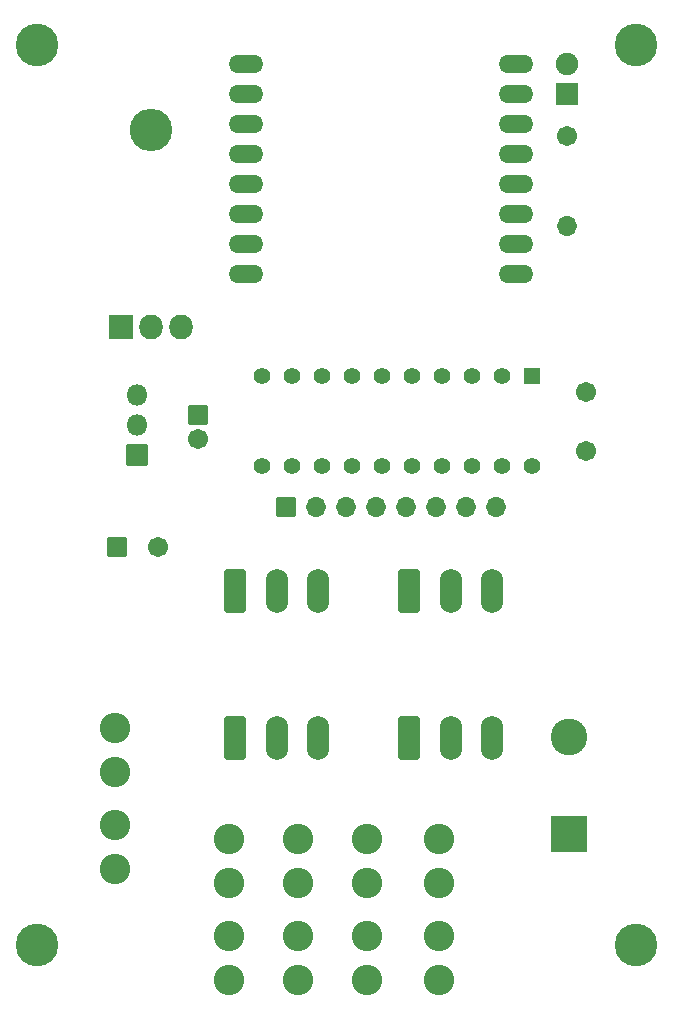
<source format=gbr>
G04 #@! TF.GenerationSoftware,KiCad,Pcbnew,(5.99.0-13060-g64f77b3596)*
G04 #@! TF.CreationDate,2021-11-07T13:08:28-05:00*
G04 #@! TF.ProjectId,ESP32_CAM_Controller,45535033-325f-4434-914d-5f436f6e7472,v1*
G04 #@! TF.SameCoordinates,Original*
G04 #@! TF.FileFunction,Soldermask,Top*
G04 #@! TF.FilePolarity,Negative*
%FSLAX46Y46*%
G04 Gerber Fmt 4.6, Leading zero omitted, Abs format (unit mm)*
G04 Created by KiCad (PCBNEW (5.99.0-13060-g64f77b3596)) date 2021-11-07 13:08:28*
%MOMM*%
%LPD*%
G01*
G04 APERTURE LIST*
G04 Aperture macros list*
%AMRoundRect*
0 Rectangle with rounded corners*
0 $1 Rounding radius*
0 $2 $3 $4 $5 $6 $7 $8 $9 X,Y pos of 4 corners*
0 Add a 4 corners polygon primitive as box body*
4,1,4,$2,$3,$4,$5,$6,$7,$8,$9,$2,$3,0*
0 Add four circle primitives for the rounded corners*
1,1,$1+$1,$2,$3*
1,1,$1+$1,$4,$5*
1,1,$1+$1,$6,$7*
1,1,$1+$1,$8,$9*
0 Add four rect primitives between the rounded corners*
20,1,$1+$1,$2,$3,$4,$5,0*
20,1,$1+$1,$4,$5,$6,$7,0*
20,1,$1+$1,$6,$7,$8,$9,0*
20,1,$1+$1,$8,$9,$2,$3,0*%
G04 Aperture macros list end*
%ADD10C,3.602000*%
%ADD11C,1.702000*%
%ADD12RoundRect,0.301000X-0.650000X-1.550000X0.650000X-1.550000X0.650000X1.550000X-0.650000X1.550000X0*%
%ADD13O,1.902000X3.702000*%
%ADD14C,2.577000*%
%ADD15RoundRect,0.051000X-0.800000X-0.800000X0.800000X-0.800000X0.800000X0.800000X-0.800000X0.800000X0*%
%ADD16RoundRect,0.051000X-0.800000X0.800000X-0.800000X-0.800000X0.800000X-0.800000X0.800000X0.800000X0*%
%ADD17RoundRect,0.051000X-0.647700X0.647700X-0.647700X-0.647700X0.647700X-0.647700X0.647700X0.647700X0*%
%ADD18C,1.397400*%
%ADD19O,1.702000X1.702000*%
%ADD20RoundRect,0.051000X0.900000X-0.900000X0.900000X0.900000X-0.900000X0.900000X-0.900000X-0.900000X0*%
%ADD21C,1.902000*%
%ADD22O,3.602000X3.602000*%
%ADD23RoundRect,0.051000X-0.952500X-1.000000X0.952500X-1.000000X0.952500X1.000000X-0.952500X1.000000X0*%
%ADD24O,2.007000X2.102000*%
%ADD25RoundRect,0.051000X0.850000X0.850000X-0.850000X0.850000X-0.850000X-0.850000X0.850000X-0.850000X0*%
%ADD26O,1.802000X1.802000*%
%ADD27RoundRect,0.051000X1.500000X-1.500000X1.500000X1.500000X-1.500000X1.500000X-1.500000X-1.500000X0*%
%ADD28C,3.102000*%
%ADD29O,2.946800X1.524400*%
G04 APERTURE END LIST*
D10*
X170588000Y-127508000D03*
X119888000Y-127508000D03*
X119888000Y-51308000D03*
X170588000Y-51308000D03*
D11*
X166355000Y-85684000D03*
X166355000Y-80684000D03*
D12*
X151380000Y-109982000D03*
D13*
X154880000Y-109982000D03*
X158380000Y-109982000D03*
D14*
X141982000Y-130410000D03*
X141982000Y-126710000D03*
X141982000Y-122210000D03*
X141982000Y-118510000D03*
X136140000Y-130410000D03*
X136140000Y-126710000D03*
X136140000Y-122210000D03*
X136140000Y-118510000D03*
D12*
X136648000Y-109982000D03*
D13*
X140148000Y-109982000D03*
X143648000Y-109982000D03*
D14*
X126488000Y-121012000D03*
X126488000Y-117312000D03*
X126488000Y-112812000D03*
X126488000Y-109112000D03*
X153920000Y-130410000D03*
X153920000Y-126710000D03*
X153920000Y-122210000D03*
X153920000Y-118510000D03*
D15*
X126600000Y-93750000D03*
D11*
X130100000Y-93750000D03*
D16*
X133462000Y-82636000D03*
D11*
X133462000Y-84636000D03*
D12*
X151380000Y-97536000D03*
D13*
X154880000Y-97536000D03*
X158380000Y-97536000D03*
D14*
X147824000Y-130410000D03*
X147824000Y-126710000D03*
X147824000Y-122210000D03*
X147824000Y-118510000D03*
D17*
X161783000Y-79334000D03*
D18*
X159243000Y-79334000D03*
X156703000Y-79334000D03*
X154163000Y-79334000D03*
X151623000Y-79334000D03*
X149083000Y-79334000D03*
X146543000Y-79334000D03*
X144003000Y-79334000D03*
X141463000Y-79334000D03*
X138923000Y-79334000D03*
X138923000Y-86954000D03*
X141463000Y-86954000D03*
X144003000Y-86954000D03*
X146543000Y-86954000D03*
X149083000Y-86954000D03*
X151623000Y-86954000D03*
X154163000Y-86954000D03*
X156703000Y-86954000D03*
X159243000Y-86954000D03*
X161783000Y-86954000D03*
D12*
X136648000Y-97536000D03*
D13*
X140148000Y-97536000D03*
X143648000Y-97536000D03*
D15*
X140966000Y-90424000D03*
D19*
X143506000Y-90424000D03*
X146046000Y-90424000D03*
X148586000Y-90424000D03*
X151126000Y-90424000D03*
X153666000Y-90424000D03*
X156206000Y-90424000D03*
X158746000Y-90424000D03*
D20*
X164704000Y-55458000D03*
D21*
X164704000Y-52918000D03*
D11*
X164704000Y-59014000D03*
D19*
X164704000Y-66634000D03*
D22*
X129536000Y-58524000D03*
D23*
X126996000Y-75184000D03*
D24*
X129536000Y-75184000D03*
X132076000Y-75184000D03*
D25*
X128350000Y-86000000D03*
D26*
X128350000Y-83460000D03*
X128350000Y-80920000D03*
D27*
X164881800Y-118129960D03*
D28*
X164881800Y-109880040D03*
D29*
X160386000Y-70698000D03*
X160386000Y-68158000D03*
X160386000Y-65618000D03*
X160386000Y-63078000D03*
X160386000Y-60538000D03*
X160386000Y-57998000D03*
X160386000Y-55458000D03*
X160386000Y-52918000D03*
X137526000Y-52918000D03*
X137526000Y-55458000D03*
X137526000Y-57998000D03*
X137526000Y-60538000D03*
X137526000Y-63078000D03*
X137526000Y-65618000D03*
X137526000Y-68158000D03*
X137526000Y-70698000D03*
M02*

</source>
